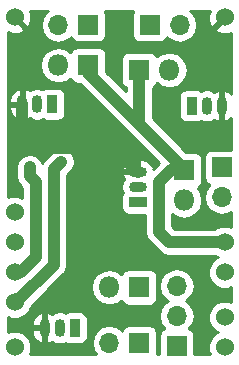
<source format=gbl>
G04 #@! TF.FileFunction,Copper,L2,Bot,Signal*
%FSLAX46Y46*%
G04 Gerber Fmt 4.6, Leading zero omitted, Abs format (unit mm)*
G04 Created by KiCad (PCBNEW 4.0.6+dfsg1-1) date Mon Feb 26 15:47:50 2018*
%MOMM*%
%LPD*%
G01*
G04 APERTURE LIST*
%ADD10C,0.100000*%
%ADD11O,0.899160X1.501140*%
%ADD12R,0.899160X1.501140*%
%ADD13C,1.524000*%
%ADD14R,1.800000X1.800000*%
%ADD15O,1.800000X1.800000*%
%ADD16R,1.700000X1.700000*%
%ADD17O,1.700000X1.700000*%
%ADD18O,1.501140X0.899160*%
%ADD19R,1.501140X0.899160*%
%ADD20C,0.600000*%
%ADD21C,1.000000*%
%ADD22C,0.254000*%
G04 APERTURE END LIST*
D10*
D11*
X3246120Y21920200D03*
X1976120Y21920200D03*
D12*
X4516120Y21920200D03*
D13*
X19121120Y1346200D03*
X19121120Y3886200D03*
X19121120Y7696200D03*
X19121120Y10236200D03*
X1341120Y1346200D03*
X1341120Y29286200D03*
X19121120Y29286200D03*
X1341120Y5156200D03*
X1341120Y7696200D03*
X1341120Y10236200D03*
X1341120Y12776200D03*
D14*
X7564120Y25222200D03*
D15*
X5024120Y25222200D03*
D14*
X11882120Y24841200D03*
D15*
X14422120Y24841200D03*
D14*
X11882120Y6426200D03*
D15*
X9342120Y6426200D03*
D16*
X12771120Y28651200D03*
D17*
X15311120Y28651200D03*
D16*
X7564120Y28651200D03*
D17*
X5024120Y28651200D03*
D16*
X15057120Y1473200D03*
D17*
X15057120Y4013200D03*
X15057120Y6553200D03*
D16*
X11882120Y1727200D03*
D17*
X9342120Y1727200D03*
D11*
X17597120Y21793200D03*
X18867120Y21793200D03*
D12*
X16327120Y21793200D03*
D11*
X5151120Y2997200D03*
X3881120Y2997200D03*
D12*
X6421120Y2997200D03*
D14*
X15692120Y16332200D03*
D15*
X15692120Y13792200D03*
D16*
X18867120Y16586200D03*
D17*
X18867120Y14046200D03*
D18*
X11755120Y14935200D03*
X11755120Y16205200D03*
D19*
X11755120Y13665200D03*
D20*
X5278120Y17037198D03*
X2611120Y16586200D03*
D21*
X19121120Y10236200D02*
X14422120Y10236200D01*
X14549120Y16332200D02*
X15692120Y16332200D01*
X13533120Y15316200D02*
X14549120Y16332200D01*
X13533120Y11125200D02*
X13533120Y15316200D01*
X14422120Y10236200D02*
X13533120Y11125200D01*
X7564120Y25222200D02*
X7564120Y24587200D01*
X7564120Y24587200D02*
X11882120Y20269200D01*
X15692120Y16332200D02*
X15692120Y16459200D01*
X15692120Y16459200D02*
X11882120Y20269200D01*
X11882120Y20269200D02*
X11882120Y24841200D01*
X1976120Y21920200D02*
X1976120Y18999200D01*
X9723120Y18237200D02*
X11755120Y16205200D01*
X2738120Y18237200D02*
X9723120Y18237200D01*
X1976120Y18999200D02*
X2738120Y18237200D01*
X1341120Y5156200D02*
X1468120Y5156200D01*
X1468120Y5156200D02*
X4643120Y8331200D01*
X4643120Y8331200D02*
X4643120Y16402198D01*
X4643120Y16402198D02*
X5278120Y17037198D01*
X1341120Y7696200D02*
X1849120Y7696200D01*
X1849120Y7696200D02*
X3119120Y8966200D01*
X3119120Y8966200D02*
X3119120Y15316200D01*
X3119120Y15316200D02*
X2611120Y15824200D01*
X2611120Y15824200D02*
X2611120Y16586200D01*
D22*
G36*
X3974066Y29730347D02*
X3652159Y29248578D01*
X3539120Y28680293D01*
X3539120Y28622107D01*
X3652159Y28053822D01*
X3974066Y27572053D01*
X4455835Y27250146D01*
X5024120Y27137107D01*
X5592405Y27250146D01*
X6074174Y27572053D01*
X6101970Y27613652D01*
X6110958Y27565883D01*
X6250030Y27349759D01*
X6462230Y27204769D01*
X6714120Y27153760D01*
X8414120Y27153760D01*
X8649437Y27198038D01*
X8865561Y27337110D01*
X9010551Y27549310D01*
X9061560Y27801200D01*
X9061560Y29501200D01*
X9017282Y29736517D01*
X8946703Y29846200D01*
X11388308Y29846200D01*
X11324689Y29753090D01*
X11273680Y29501200D01*
X11273680Y27801200D01*
X11317958Y27565883D01*
X11457030Y27349759D01*
X11669230Y27204769D01*
X11921120Y27153760D01*
X13621120Y27153760D01*
X13856437Y27198038D01*
X14072561Y27337110D01*
X14217551Y27549310D01*
X14231206Y27616741D01*
X14261066Y27572053D01*
X14742835Y27250146D01*
X15311120Y27137107D01*
X15879405Y27250146D01*
X16361174Y27572053D01*
X16683081Y28053822D01*
X16796120Y28622107D01*
X16796120Y28680293D01*
X16683081Y29248578D01*
X16361174Y29730347D01*
X16187787Y29846200D01*
X17837665Y29846200D01*
X17711976Y29493898D01*
X17739758Y28938832D01*
X17898723Y28555057D01*
X18140907Y28485592D01*
X18941515Y29286200D01*
X18927373Y29300342D01*
X19106978Y29479947D01*
X19121120Y29465805D01*
X19135263Y29479947D01*
X19314868Y29300342D01*
X19300725Y29286200D01*
X19314868Y29272057D01*
X19135263Y29092452D01*
X19121120Y29106595D01*
X18320512Y28305987D01*
X18389977Y28063803D01*
X18913422Y27877056D01*
X19468488Y27904838D01*
X19681120Y27992913D01*
X19681120Y22790225D01*
X19544231Y22950906D01*
X19161055Y23138181D01*
X18994120Y23011268D01*
X18994120Y21920200D01*
X19014120Y21920200D01*
X19014120Y21666200D01*
X18994120Y21666200D01*
X18994120Y20575132D01*
X19161055Y20448219D01*
X19544231Y20635494D01*
X19681120Y20796175D01*
X19681120Y18083640D01*
X18017120Y18083640D01*
X17781803Y18039362D01*
X17565679Y17900290D01*
X17420689Y17688090D01*
X17369680Y17436200D01*
X17369680Y15736200D01*
X17413958Y15500883D01*
X17553030Y15284759D01*
X17765230Y15139769D01*
X17832661Y15126114D01*
X17787973Y15096254D01*
X17466066Y14614485D01*
X17353027Y14046200D01*
X17466066Y13477915D01*
X17787973Y12996146D01*
X18269742Y12674239D01*
X18838027Y12561200D01*
X18896213Y12561200D01*
X19464498Y12674239D01*
X19681120Y12818981D01*
X19681120Y11516317D01*
X19400220Y11632957D01*
X18844459Y11633442D01*
X18330817Y11421210D01*
X18280720Y11371200D01*
X14892252Y11371200D01*
X14668120Y11595332D01*
X14668120Y12635687D01*
X15104701Y12343973D01*
X15692120Y12227128D01*
X16279539Y12343973D01*
X16777529Y12676719D01*
X17110275Y13174709D01*
X17227120Y13762128D01*
X17227120Y13822272D01*
X17110275Y14409691D01*
X16829283Y14830226D01*
X17043561Y14968110D01*
X17188551Y15180310D01*
X17239560Y15432200D01*
X17239560Y17232200D01*
X17195282Y17467517D01*
X17056210Y17683641D01*
X16844010Y17828631D01*
X16592120Y17879640D01*
X15876812Y17879640D01*
X13017120Y20739332D01*
X13017120Y22543770D01*
X15230100Y22543770D01*
X15230100Y21042630D01*
X15274378Y20807313D01*
X15413450Y20591189D01*
X15625650Y20446199D01*
X15877540Y20395190D01*
X16776700Y20395190D01*
X17012017Y20439468D01*
X17116618Y20506777D01*
X17182069Y20463044D01*
X17597120Y20380485D01*
X18012171Y20463044D01*
X18236358Y20612841D01*
X18573185Y20448219D01*
X18740120Y20575132D01*
X18740120Y21666200D01*
X18720120Y21666200D01*
X18720120Y21920200D01*
X18740120Y21920200D01*
X18740120Y23011268D01*
X18573185Y23138181D01*
X18236358Y22973559D01*
X18012171Y23123356D01*
X17597120Y23205915D01*
X17182069Y23123356D01*
X17116937Y23079836D01*
X17028590Y23140201D01*
X16776700Y23191210D01*
X15877540Y23191210D01*
X15642223Y23146932D01*
X15426099Y23007860D01*
X15281109Y22795660D01*
X15230100Y22543770D01*
X13017120Y22543770D01*
X13017120Y23337978D01*
X13017437Y23338038D01*
X13233561Y23477110D01*
X13378551Y23689310D01*
X13381839Y23705544D01*
X13804629Y23423045D01*
X14392048Y23306200D01*
X14452192Y23306200D01*
X15039611Y23423045D01*
X15537601Y23755791D01*
X15870347Y24253781D01*
X15987192Y24841200D01*
X15870347Y25428619D01*
X15537601Y25926609D01*
X15039611Y26259355D01*
X14452192Y26376200D01*
X14392048Y26376200D01*
X13804629Y26259355D01*
X13384094Y25978363D01*
X13246210Y26192641D01*
X13034010Y26337631D01*
X12782120Y26388640D01*
X10982120Y26388640D01*
X10746803Y26344362D01*
X10530679Y26205290D01*
X10385689Y25993090D01*
X10334680Y25741200D01*
X10334680Y23941200D01*
X10378958Y23705883D01*
X10518030Y23489759D01*
X10730230Y23344769D01*
X10747120Y23341349D01*
X10747120Y23009332D01*
X9111560Y24644892D01*
X9111560Y26122200D01*
X9067282Y26357517D01*
X8928210Y26573641D01*
X8716010Y26718631D01*
X8464120Y26769640D01*
X6664120Y26769640D01*
X6428803Y26725362D01*
X6212679Y26586290D01*
X6067689Y26374090D01*
X6064401Y26357856D01*
X5641611Y26640355D01*
X5054192Y26757200D01*
X4994048Y26757200D01*
X4406629Y26640355D01*
X3908639Y26307609D01*
X3575893Y25809619D01*
X3459048Y25222200D01*
X3575893Y24634781D01*
X3908639Y24136791D01*
X4406629Y23804045D01*
X4994048Y23687200D01*
X5054192Y23687200D01*
X5641611Y23804045D01*
X6062146Y24085037D01*
X6200030Y23870759D01*
X6412230Y23725769D01*
X6664120Y23674760D01*
X6871428Y23674760D01*
X13578988Y16967200D01*
X13065784Y16453996D01*
X13100101Y16499135D01*
X12912826Y16882311D01*
X12588493Y17158620D01*
X12183110Y17289780D01*
X11882120Y17289780D01*
X11882120Y16332200D01*
X11902120Y16332200D01*
X11902120Y16078200D01*
X11882120Y16078200D01*
X11882120Y16058200D01*
X11628120Y16058200D01*
X11628120Y16078200D01*
X10537052Y16078200D01*
X10410139Y15911265D01*
X10574761Y15574438D01*
X10424964Y15350251D01*
X10342405Y14935200D01*
X10424964Y14520149D01*
X10468484Y14455017D01*
X10408119Y14366670D01*
X10357110Y14114780D01*
X10357110Y13215620D01*
X10401388Y12980303D01*
X10540460Y12764179D01*
X10752660Y12619189D01*
X11004550Y12568180D01*
X12398120Y12568180D01*
X12398120Y11125200D01*
X12484517Y10690854D01*
X12730554Y10322634D01*
X13619554Y9433634D01*
X13987774Y9187597D01*
X14422120Y9101200D01*
X18280206Y9101200D01*
X18328750Y9052571D01*
X18536632Y8966251D01*
X18330817Y8881210D01*
X17937491Y8488570D01*
X17724363Y7975300D01*
X17723878Y7419539D01*
X17936110Y6905897D01*
X18328750Y6512571D01*
X18842020Y6299443D01*
X19397781Y6298958D01*
X19681120Y6416031D01*
X19681120Y5166317D01*
X19400220Y5282957D01*
X18844459Y5283442D01*
X18330817Y5071210D01*
X17937491Y4678570D01*
X17724363Y4165300D01*
X17723878Y3609539D01*
X17936110Y3095897D01*
X18328750Y2702571D01*
X18536632Y2616251D01*
X18330817Y2531210D01*
X17937491Y2138570D01*
X17724363Y1625300D01*
X17723878Y1069539D01*
X17840951Y786200D01*
X16554560Y786200D01*
X16554560Y2323200D01*
X16510282Y2558517D01*
X16371210Y2774641D01*
X16159010Y2919631D01*
X16091579Y2933286D01*
X16136267Y2963146D01*
X16458174Y3444915D01*
X16571213Y4013200D01*
X16458174Y4581485D01*
X16136267Y5063254D01*
X15807094Y5283200D01*
X16136267Y5503146D01*
X16458174Y5984915D01*
X16571213Y6553200D01*
X16458174Y7121485D01*
X16136267Y7603254D01*
X15654498Y7925161D01*
X15086213Y8038200D01*
X15028027Y8038200D01*
X14459742Y7925161D01*
X13977973Y7603254D01*
X13656066Y7121485D01*
X13543027Y6553200D01*
X13656066Y5984915D01*
X13977973Y5503146D01*
X14307146Y5283200D01*
X13977973Y5063254D01*
X13656066Y4581485D01*
X13543027Y4013200D01*
X13656066Y3444915D01*
X13977973Y2963146D01*
X14019572Y2935350D01*
X13971803Y2926362D01*
X13755679Y2787290D01*
X13610689Y2575090D01*
X13559680Y2323200D01*
X13559680Y786200D01*
X13361132Y786200D01*
X13379560Y877200D01*
X13379560Y2577200D01*
X13335282Y2812517D01*
X13196210Y3028641D01*
X12984010Y3173631D01*
X12732120Y3224640D01*
X11032120Y3224640D01*
X10796803Y3180362D01*
X10580679Y3041290D01*
X10435689Y2829090D01*
X10422034Y2761659D01*
X10392174Y2806347D01*
X9910405Y3128254D01*
X9342120Y3241293D01*
X8773835Y3128254D01*
X8292066Y2806347D01*
X7970159Y2324578D01*
X7857120Y1756293D01*
X7857120Y1698107D01*
X7970159Y1129822D01*
X8199759Y786200D01*
X2621237Y786200D01*
X2737877Y1067100D01*
X2738362Y1622861D01*
X2526130Y2136503D01*
X2133490Y2529829D01*
X1620220Y2742957D01*
X1064459Y2743442D01*
X781120Y2626369D01*
X781120Y2870200D01*
X2796540Y2870200D01*
X2796540Y2569210D01*
X2927700Y2163827D01*
X3204009Y1839494D01*
X3587185Y1652219D01*
X3754120Y1779132D01*
X3754120Y2870200D01*
X2796540Y2870200D01*
X781120Y2870200D01*
X781120Y3425190D01*
X2796540Y3425190D01*
X2796540Y3124200D01*
X3754120Y3124200D01*
X3754120Y4215268D01*
X4008120Y4215268D01*
X4008120Y3124200D01*
X4028120Y3124200D01*
X4028120Y2870200D01*
X4008120Y2870200D01*
X4008120Y1779132D01*
X4175055Y1652219D01*
X4511882Y1816841D01*
X4736069Y1667044D01*
X5151120Y1584485D01*
X5566171Y1667044D01*
X5631303Y1710564D01*
X5719650Y1650199D01*
X5971540Y1599190D01*
X6870700Y1599190D01*
X7106017Y1643468D01*
X7322141Y1782540D01*
X7467131Y1994740D01*
X7518140Y2246630D01*
X7518140Y3747770D01*
X7473862Y3983087D01*
X7334790Y4199211D01*
X7122590Y4344201D01*
X6870700Y4395210D01*
X5971540Y4395210D01*
X5736223Y4350932D01*
X5631622Y4283623D01*
X5566171Y4327356D01*
X5151120Y4409915D01*
X4736069Y4327356D01*
X4511882Y4177559D01*
X4175055Y4342181D01*
X4008120Y4215268D01*
X3754120Y4215268D01*
X3587185Y4342181D01*
X3204009Y4154906D01*
X2927700Y3830573D01*
X2796540Y3425190D01*
X781120Y3425190D01*
X781120Y3876083D01*
X1062020Y3759443D01*
X1617781Y3758958D01*
X2131423Y3971190D01*
X2524749Y4363830D01*
X2697917Y4780865D01*
X4343252Y6426200D01*
X7777048Y6426200D01*
X7893893Y5838781D01*
X8226639Y5340791D01*
X8724629Y5008045D01*
X9312048Y4891200D01*
X9372192Y4891200D01*
X9959611Y5008045D01*
X10380146Y5289037D01*
X10518030Y5074759D01*
X10730230Y4929769D01*
X10982120Y4878760D01*
X12782120Y4878760D01*
X13017437Y4923038D01*
X13233561Y5062110D01*
X13378551Y5274310D01*
X13429560Y5526200D01*
X13429560Y7326200D01*
X13385282Y7561517D01*
X13246210Y7777641D01*
X13034010Y7922631D01*
X12782120Y7973640D01*
X10982120Y7973640D01*
X10746803Y7929362D01*
X10530679Y7790290D01*
X10385689Y7578090D01*
X10382401Y7561856D01*
X9959611Y7844355D01*
X9372192Y7961200D01*
X9312048Y7961200D01*
X8724629Y7844355D01*
X8226639Y7511609D01*
X7893893Y7013619D01*
X7777048Y6426200D01*
X4343252Y6426200D01*
X5445686Y7528634D01*
X5478731Y7578090D01*
X5691723Y7896854D01*
X5778120Y8331200D01*
X5778120Y15932066D01*
X6080686Y16234632D01*
X6257421Y16499135D01*
X10410139Y16499135D01*
X10537052Y16332200D01*
X11628120Y16332200D01*
X11628120Y17289780D01*
X11327130Y17289780D01*
X10921747Y17158620D01*
X10597414Y16882311D01*
X10410139Y16499135D01*
X6257421Y16499135D01*
X6326724Y16602853D01*
X6413120Y17037198D01*
X6326724Y17471544D01*
X6080686Y17839764D01*
X5712466Y18085802D01*
X5278120Y18172198D01*
X4843775Y18085802D01*
X4475554Y17839764D01*
X3840554Y17204764D01*
X3672969Y16953955D01*
X3659723Y17020546D01*
X3413686Y17388766D01*
X3045466Y17634803D01*
X2611120Y17721200D01*
X2176774Y17634803D01*
X1808554Y17388766D01*
X1562517Y17020546D01*
X1476120Y16586200D01*
X1476120Y15824200D01*
X1562517Y15389854D01*
X1763702Y15088760D01*
X1808554Y15021634D01*
X1984120Y14846068D01*
X1984120Y14021853D01*
X1620220Y14172957D01*
X1064459Y14173442D01*
X781120Y14056369D01*
X781120Y21793200D01*
X891540Y21793200D01*
X891540Y21492210D01*
X1022700Y21086827D01*
X1299009Y20762494D01*
X1682185Y20575219D01*
X1849120Y20702132D01*
X1849120Y21793200D01*
X891540Y21793200D01*
X781120Y21793200D01*
X781120Y22348190D01*
X891540Y22348190D01*
X891540Y22047200D01*
X1849120Y22047200D01*
X1849120Y23138268D01*
X2103120Y23138268D01*
X2103120Y22047200D01*
X2123120Y22047200D01*
X2123120Y21793200D01*
X2103120Y21793200D01*
X2103120Y20702132D01*
X2270055Y20575219D01*
X2606882Y20739841D01*
X2831069Y20590044D01*
X3246120Y20507485D01*
X3661171Y20590044D01*
X3726303Y20633564D01*
X3814650Y20573199D01*
X4066540Y20522190D01*
X4965700Y20522190D01*
X5201017Y20566468D01*
X5417141Y20705540D01*
X5562131Y20917740D01*
X5613140Y21169630D01*
X5613140Y22670770D01*
X5568862Y22906087D01*
X5429790Y23122211D01*
X5217590Y23267201D01*
X4965700Y23318210D01*
X4066540Y23318210D01*
X3831223Y23273932D01*
X3726622Y23206623D01*
X3661171Y23250356D01*
X3246120Y23332915D01*
X2831069Y23250356D01*
X2606882Y23100559D01*
X2270055Y23265181D01*
X2103120Y23138268D01*
X1849120Y23138268D01*
X1682185Y23265181D01*
X1299009Y23077906D01*
X1022700Y22753573D01*
X891540Y22348190D01*
X781120Y22348190D01*
X781120Y28002745D01*
X1133422Y27877056D01*
X1688488Y27904838D01*
X2072263Y28063803D01*
X2141728Y28305987D01*
X1341120Y29106595D01*
X1326978Y29092452D01*
X1147373Y29272057D01*
X1161515Y29286200D01*
X1147373Y29300342D01*
X1326978Y29479947D01*
X1341120Y29465805D01*
X1355263Y29479947D01*
X1534868Y29300342D01*
X1520725Y29286200D01*
X2321333Y28485592D01*
X2563517Y28555057D01*
X2750264Y29078502D01*
X2722482Y29633568D01*
X2634407Y29846200D01*
X4147453Y29846200D01*
X3974066Y29730347D01*
X3974066Y29730347D01*
G37*
X3974066Y29730347D02*
X3652159Y29248578D01*
X3539120Y28680293D01*
X3539120Y28622107D01*
X3652159Y28053822D01*
X3974066Y27572053D01*
X4455835Y27250146D01*
X5024120Y27137107D01*
X5592405Y27250146D01*
X6074174Y27572053D01*
X6101970Y27613652D01*
X6110958Y27565883D01*
X6250030Y27349759D01*
X6462230Y27204769D01*
X6714120Y27153760D01*
X8414120Y27153760D01*
X8649437Y27198038D01*
X8865561Y27337110D01*
X9010551Y27549310D01*
X9061560Y27801200D01*
X9061560Y29501200D01*
X9017282Y29736517D01*
X8946703Y29846200D01*
X11388308Y29846200D01*
X11324689Y29753090D01*
X11273680Y29501200D01*
X11273680Y27801200D01*
X11317958Y27565883D01*
X11457030Y27349759D01*
X11669230Y27204769D01*
X11921120Y27153760D01*
X13621120Y27153760D01*
X13856437Y27198038D01*
X14072561Y27337110D01*
X14217551Y27549310D01*
X14231206Y27616741D01*
X14261066Y27572053D01*
X14742835Y27250146D01*
X15311120Y27137107D01*
X15879405Y27250146D01*
X16361174Y27572053D01*
X16683081Y28053822D01*
X16796120Y28622107D01*
X16796120Y28680293D01*
X16683081Y29248578D01*
X16361174Y29730347D01*
X16187787Y29846200D01*
X17837665Y29846200D01*
X17711976Y29493898D01*
X17739758Y28938832D01*
X17898723Y28555057D01*
X18140907Y28485592D01*
X18941515Y29286200D01*
X18927373Y29300342D01*
X19106978Y29479947D01*
X19121120Y29465805D01*
X19135263Y29479947D01*
X19314868Y29300342D01*
X19300725Y29286200D01*
X19314868Y29272057D01*
X19135263Y29092452D01*
X19121120Y29106595D01*
X18320512Y28305987D01*
X18389977Y28063803D01*
X18913422Y27877056D01*
X19468488Y27904838D01*
X19681120Y27992913D01*
X19681120Y22790225D01*
X19544231Y22950906D01*
X19161055Y23138181D01*
X18994120Y23011268D01*
X18994120Y21920200D01*
X19014120Y21920200D01*
X19014120Y21666200D01*
X18994120Y21666200D01*
X18994120Y20575132D01*
X19161055Y20448219D01*
X19544231Y20635494D01*
X19681120Y20796175D01*
X19681120Y18083640D01*
X18017120Y18083640D01*
X17781803Y18039362D01*
X17565679Y17900290D01*
X17420689Y17688090D01*
X17369680Y17436200D01*
X17369680Y15736200D01*
X17413958Y15500883D01*
X17553030Y15284759D01*
X17765230Y15139769D01*
X17832661Y15126114D01*
X17787973Y15096254D01*
X17466066Y14614485D01*
X17353027Y14046200D01*
X17466066Y13477915D01*
X17787973Y12996146D01*
X18269742Y12674239D01*
X18838027Y12561200D01*
X18896213Y12561200D01*
X19464498Y12674239D01*
X19681120Y12818981D01*
X19681120Y11516317D01*
X19400220Y11632957D01*
X18844459Y11633442D01*
X18330817Y11421210D01*
X18280720Y11371200D01*
X14892252Y11371200D01*
X14668120Y11595332D01*
X14668120Y12635687D01*
X15104701Y12343973D01*
X15692120Y12227128D01*
X16279539Y12343973D01*
X16777529Y12676719D01*
X17110275Y13174709D01*
X17227120Y13762128D01*
X17227120Y13822272D01*
X17110275Y14409691D01*
X16829283Y14830226D01*
X17043561Y14968110D01*
X17188551Y15180310D01*
X17239560Y15432200D01*
X17239560Y17232200D01*
X17195282Y17467517D01*
X17056210Y17683641D01*
X16844010Y17828631D01*
X16592120Y17879640D01*
X15876812Y17879640D01*
X13017120Y20739332D01*
X13017120Y22543770D01*
X15230100Y22543770D01*
X15230100Y21042630D01*
X15274378Y20807313D01*
X15413450Y20591189D01*
X15625650Y20446199D01*
X15877540Y20395190D01*
X16776700Y20395190D01*
X17012017Y20439468D01*
X17116618Y20506777D01*
X17182069Y20463044D01*
X17597120Y20380485D01*
X18012171Y20463044D01*
X18236358Y20612841D01*
X18573185Y20448219D01*
X18740120Y20575132D01*
X18740120Y21666200D01*
X18720120Y21666200D01*
X18720120Y21920200D01*
X18740120Y21920200D01*
X18740120Y23011268D01*
X18573185Y23138181D01*
X18236358Y22973559D01*
X18012171Y23123356D01*
X17597120Y23205915D01*
X17182069Y23123356D01*
X17116937Y23079836D01*
X17028590Y23140201D01*
X16776700Y23191210D01*
X15877540Y23191210D01*
X15642223Y23146932D01*
X15426099Y23007860D01*
X15281109Y22795660D01*
X15230100Y22543770D01*
X13017120Y22543770D01*
X13017120Y23337978D01*
X13017437Y23338038D01*
X13233561Y23477110D01*
X13378551Y23689310D01*
X13381839Y23705544D01*
X13804629Y23423045D01*
X14392048Y23306200D01*
X14452192Y23306200D01*
X15039611Y23423045D01*
X15537601Y23755791D01*
X15870347Y24253781D01*
X15987192Y24841200D01*
X15870347Y25428619D01*
X15537601Y25926609D01*
X15039611Y26259355D01*
X14452192Y26376200D01*
X14392048Y26376200D01*
X13804629Y26259355D01*
X13384094Y25978363D01*
X13246210Y26192641D01*
X13034010Y26337631D01*
X12782120Y26388640D01*
X10982120Y26388640D01*
X10746803Y26344362D01*
X10530679Y26205290D01*
X10385689Y25993090D01*
X10334680Y25741200D01*
X10334680Y23941200D01*
X10378958Y23705883D01*
X10518030Y23489759D01*
X10730230Y23344769D01*
X10747120Y23341349D01*
X10747120Y23009332D01*
X9111560Y24644892D01*
X9111560Y26122200D01*
X9067282Y26357517D01*
X8928210Y26573641D01*
X8716010Y26718631D01*
X8464120Y26769640D01*
X6664120Y26769640D01*
X6428803Y26725362D01*
X6212679Y26586290D01*
X6067689Y26374090D01*
X6064401Y26357856D01*
X5641611Y26640355D01*
X5054192Y26757200D01*
X4994048Y26757200D01*
X4406629Y26640355D01*
X3908639Y26307609D01*
X3575893Y25809619D01*
X3459048Y25222200D01*
X3575893Y24634781D01*
X3908639Y24136791D01*
X4406629Y23804045D01*
X4994048Y23687200D01*
X5054192Y23687200D01*
X5641611Y23804045D01*
X6062146Y24085037D01*
X6200030Y23870759D01*
X6412230Y23725769D01*
X6664120Y23674760D01*
X6871428Y23674760D01*
X13578988Y16967200D01*
X13065784Y16453996D01*
X13100101Y16499135D01*
X12912826Y16882311D01*
X12588493Y17158620D01*
X12183110Y17289780D01*
X11882120Y17289780D01*
X11882120Y16332200D01*
X11902120Y16332200D01*
X11902120Y16078200D01*
X11882120Y16078200D01*
X11882120Y16058200D01*
X11628120Y16058200D01*
X11628120Y16078200D01*
X10537052Y16078200D01*
X10410139Y15911265D01*
X10574761Y15574438D01*
X10424964Y15350251D01*
X10342405Y14935200D01*
X10424964Y14520149D01*
X10468484Y14455017D01*
X10408119Y14366670D01*
X10357110Y14114780D01*
X10357110Y13215620D01*
X10401388Y12980303D01*
X10540460Y12764179D01*
X10752660Y12619189D01*
X11004550Y12568180D01*
X12398120Y12568180D01*
X12398120Y11125200D01*
X12484517Y10690854D01*
X12730554Y10322634D01*
X13619554Y9433634D01*
X13987774Y9187597D01*
X14422120Y9101200D01*
X18280206Y9101200D01*
X18328750Y9052571D01*
X18536632Y8966251D01*
X18330817Y8881210D01*
X17937491Y8488570D01*
X17724363Y7975300D01*
X17723878Y7419539D01*
X17936110Y6905897D01*
X18328750Y6512571D01*
X18842020Y6299443D01*
X19397781Y6298958D01*
X19681120Y6416031D01*
X19681120Y5166317D01*
X19400220Y5282957D01*
X18844459Y5283442D01*
X18330817Y5071210D01*
X17937491Y4678570D01*
X17724363Y4165300D01*
X17723878Y3609539D01*
X17936110Y3095897D01*
X18328750Y2702571D01*
X18536632Y2616251D01*
X18330817Y2531210D01*
X17937491Y2138570D01*
X17724363Y1625300D01*
X17723878Y1069539D01*
X17840951Y786200D01*
X16554560Y786200D01*
X16554560Y2323200D01*
X16510282Y2558517D01*
X16371210Y2774641D01*
X16159010Y2919631D01*
X16091579Y2933286D01*
X16136267Y2963146D01*
X16458174Y3444915D01*
X16571213Y4013200D01*
X16458174Y4581485D01*
X16136267Y5063254D01*
X15807094Y5283200D01*
X16136267Y5503146D01*
X16458174Y5984915D01*
X16571213Y6553200D01*
X16458174Y7121485D01*
X16136267Y7603254D01*
X15654498Y7925161D01*
X15086213Y8038200D01*
X15028027Y8038200D01*
X14459742Y7925161D01*
X13977973Y7603254D01*
X13656066Y7121485D01*
X13543027Y6553200D01*
X13656066Y5984915D01*
X13977973Y5503146D01*
X14307146Y5283200D01*
X13977973Y5063254D01*
X13656066Y4581485D01*
X13543027Y4013200D01*
X13656066Y3444915D01*
X13977973Y2963146D01*
X14019572Y2935350D01*
X13971803Y2926362D01*
X13755679Y2787290D01*
X13610689Y2575090D01*
X13559680Y2323200D01*
X13559680Y786200D01*
X13361132Y786200D01*
X13379560Y877200D01*
X13379560Y2577200D01*
X13335282Y2812517D01*
X13196210Y3028641D01*
X12984010Y3173631D01*
X12732120Y3224640D01*
X11032120Y3224640D01*
X10796803Y3180362D01*
X10580679Y3041290D01*
X10435689Y2829090D01*
X10422034Y2761659D01*
X10392174Y2806347D01*
X9910405Y3128254D01*
X9342120Y3241293D01*
X8773835Y3128254D01*
X8292066Y2806347D01*
X7970159Y2324578D01*
X7857120Y1756293D01*
X7857120Y1698107D01*
X7970159Y1129822D01*
X8199759Y786200D01*
X2621237Y786200D01*
X2737877Y1067100D01*
X2738362Y1622861D01*
X2526130Y2136503D01*
X2133490Y2529829D01*
X1620220Y2742957D01*
X1064459Y2743442D01*
X781120Y2626369D01*
X781120Y2870200D01*
X2796540Y2870200D01*
X2796540Y2569210D01*
X2927700Y2163827D01*
X3204009Y1839494D01*
X3587185Y1652219D01*
X3754120Y1779132D01*
X3754120Y2870200D01*
X2796540Y2870200D01*
X781120Y2870200D01*
X781120Y3425190D01*
X2796540Y3425190D01*
X2796540Y3124200D01*
X3754120Y3124200D01*
X3754120Y4215268D01*
X4008120Y4215268D01*
X4008120Y3124200D01*
X4028120Y3124200D01*
X4028120Y2870200D01*
X4008120Y2870200D01*
X4008120Y1779132D01*
X4175055Y1652219D01*
X4511882Y1816841D01*
X4736069Y1667044D01*
X5151120Y1584485D01*
X5566171Y1667044D01*
X5631303Y1710564D01*
X5719650Y1650199D01*
X5971540Y1599190D01*
X6870700Y1599190D01*
X7106017Y1643468D01*
X7322141Y1782540D01*
X7467131Y1994740D01*
X7518140Y2246630D01*
X7518140Y3747770D01*
X7473862Y3983087D01*
X7334790Y4199211D01*
X7122590Y4344201D01*
X6870700Y4395210D01*
X5971540Y4395210D01*
X5736223Y4350932D01*
X5631622Y4283623D01*
X5566171Y4327356D01*
X5151120Y4409915D01*
X4736069Y4327356D01*
X4511882Y4177559D01*
X4175055Y4342181D01*
X4008120Y4215268D01*
X3754120Y4215268D01*
X3587185Y4342181D01*
X3204009Y4154906D01*
X2927700Y3830573D01*
X2796540Y3425190D01*
X781120Y3425190D01*
X781120Y3876083D01*
X1062020Y3759443D01*
X1617781Y3758958D01*
X2131423Y3971190D01*
X2524749Y4363830D01*
X2697917Y4780865D01*
X4343252Y6426200D01*
X7777048Y6426200D01*
X7893893Y5838781D01*
X8226639Y5340791D01*
X8724629Y5008045D01*
X9312048Y4891200D01*
X9372192Y4891200D01*
X9959611Y5008045D01*
X10380146Y5289037D01*
X10518030Y5074759D01*
X10730230Y4929769D01*
X10982120Y4878760D01*
X12782120Y4878760D01*
X13017437Y4923038D01*
X13233561Y5062110D01*
X13378551Y5274310D01*
X13429560Y5526200D01*
X13429560Y7326200D01*
X13385282Y7561517D01*
X13246210Y7777641D01*
X13034010Y7922631D01*
X12782120Y7973640D01*
X10982120Y7973640D01*
X10746803Y7929362D01*
X10530679Y7790290D01*
X10385689Y7578090D01*
X10382401Y7561856D01*
X9959611Y7844355D01*
X9372192Y7961200D01*
X9312048Y7961200D01*
X8724629Y7844355D01*
X8226639Y7511609D01*
X7893893Y7013619D01*
X7777048Y6426200D01*
X4343252Y6426200D01*
X5445686Y7528634D01*
X5478731Y7578090D01*
X5691723Y7896854D01*
X5778120Y8331200D01*
X5778120Y15932066D01*
X6080686Y16234632D01*
X6257421Y16499135D01*
X10410139Y16499135D01*
X10537052Y16332200D01*
X11628120Y16332200D01*
X11628120Y17289780D01*
X11327130Y17289780D01*
X10921747Y17158620D01*
X10597414Y16882311D01*
X10410139Y16499135D01*
X6257421Y16499135D01*
X6326724Y16602853D01*
X6413120Y17037198D01*
X6326724Y17471544D01*
X6080686Y17839764D01*
X5712466Y18085802D01*
X5278120Y18172198D01*
X4843775Y18085802D01*
X4475554Y17839764D01*
X3840554Y17204764D01*
X3672969Y16953955D01*
X3659723Y17020546D01*
X3413686Y17388766D01*
X3045466Y17634803D01*
X2611120Y17721200D01*
X2176774Y17634803D01*
X1808554Y17388766D01*
X1562517Y17020546D01*
X1476120Y16586200D01*
X1476120Y15824200D01*
X1562517Y15389854D01*
X1763702Y15088760D01*
X1808554Y15021634D01*
X1984120Y14846068D01*
X1984120Y14021853D01*
X1620220Y14172957D01*
X1064459Y14173442D01*
X781120Y14056369D01*
X781120Y21793200D01*
X891540Y21793200D01*
X891540Y21492210D01*
X1022700Y21086827D01*
X1299009Y20762494D01*
X1682185Y20575219D01*
X1849120Y20702132D01*
X1849120Y21793200D01*
X891540Y21793200D01*
X781120Y21793200D01*
X781120Y22348190D01*
X891540Y22348190D01*
X891540Y22047200D01*
X1849120Y22047200D01*
X1849120Y23138268D01*
X2103120Y23138268D01*
X2103120Y22047200D01*
X2123120Y22047200D01*
X2123120Y21793200D01*
X2103120Y21793200D01*
X2103120Y20702132D01*
X2270055Y20575219D01*
X2606882Y20739841D01*
X2831069Y20590044D01*
X3246120Y20507485D01*
X3661171Y20590044D01*
X3726303Y20633564D01*
X3814650Y20573199D01*
X4066540Y20522190D01*
X4965700Y20522190D01*
X5201017Y20566468D01*
X5417141Y20705540D01*
X5562131Y20917740D01*
X5613140Y21169630D01*
X5613140Y22670770D01*
X5568862Y22906087D01*
X5429790Y23122211D01*
X5217590Y23267201D01*
X4965700Y23318210D01*
X4066540Y23318210D01*
X3831223Y23273932D01*
X3726622Y23206623D01*
X3661171Y23250356D01*
X3246120Y23332915D01*
X2831069Y23250356D01*
X2606882Y23100559D01*
X2270055Y23265181D01*
X2103120Y23138268D01*
X1849120Y23138268D01*
X1682185Y23265181D01*
X1299009Y23077906D01*
X1022700Y22753573D01*
X891540Y22348190D01*
X781120Y22348190D01*
X781120Y28002745D01*
X1133422Y27877056D01*
X1688488Y27904838D01*
X2072263Y28063803D01*
X2141728Y28305987D01*
X1341120Y29106595D01*
X1326978Y29092452D01*
X1147373Y29272057D01*
X1161515Y29286200D01*
X1147373Y29300342D01*
X1326978Y29479947D01*
X1341120Y29465805D01*
X1355263Y29479947D01*
X1534868Y29300342D01*
X1520725Y29286200D01*
X2321333Y28485592D01*
X2563517Y28555057D01*
X2750264Y29078502D01*
X2722482Y29633568D01*
X2634407Y29846200D01*
X4147453Y29846200D01*
X3974066Y29730347D01*
M02*

</source>
